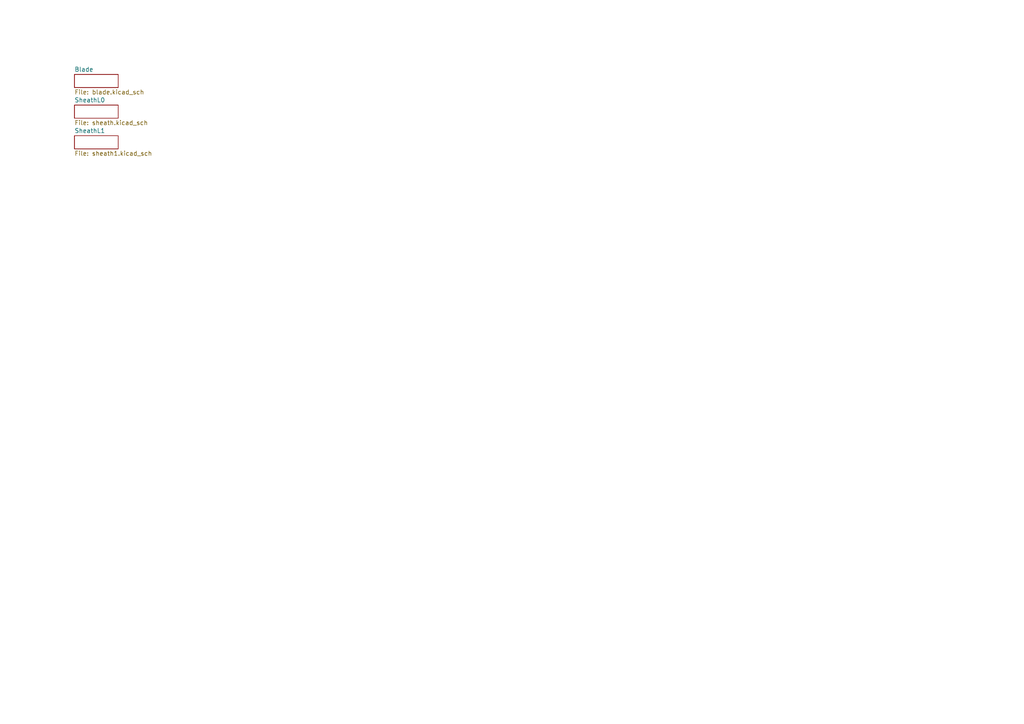
<source format=kicad_sch>
(kicad_sch
	(version 20250114)
	(generator "eeschema")
	(generator_version "9.0")
	(uuid "93d01c84-5800-481d-b590-f03807f35ec3")
	(paper "A4")
	(lib_symbols)
	(sheet
		(at 21.59 21.59)
		(size 12.7 3.81)
		(exclude_from_sim no)
		(in_bom yes)
		(on_board yes)
		(dnp no)
		(fields_autoplaced yes)
		(stroke
			(width 0.1524)
			(type solid)
		)
		(fill
			(color 0 0 0 0.0000)
		)
		(uuid "1ce3ef17-80de-437c-b111-56576c49a665")
		(property "Sheetname" "Blade"
			(at 21.59 20.8784 0)
			(effects
				(font
					(size 1.27 1.27)
				)
				(justify left bottom)
			)
		)
		(property "Sheetfile" "blade.kicad_sch"
			(at 21.59 25.9846 0)
			(effects
				(font
					(size 1.27 1.27)
				)
				(justify left top)
			)
		)
		(instances
			(project "DistrComp1"
				(path "/93d01c84-5800-481d-b590-f03807f35ec3"
					(page "2")
				)
			)
		)
	)
	(sheet
		(at 21.59 30.48)
		(size 12.7 3.81)
		(exclude_from_sim no)
		(in_bom yes)
		(on_board yes)
		(dnp no)
		(fields_autoplaced yes)
		(stroke
			(width 0.1524)
			(type solid)
		)
		(fill
			(color 0 0 0 0.0000)
		)
		(uuid "a4e43913-28da-4a92-b343-bc3b7445f36e")
		(property "Sheetname" "SheathL0"
			(at 21.59 29.7684 0)
			(effects
				(font
					(size 1.27 1.27)
				)
				(justify left bottom)
			)
		)
		(property "Sheetfile" "sheath.kicad_sch"
			(at 21.59 34.8746 0)
			(effects
				(font
					(size 1.27 1.27)
				)
				(justify left top)
			)
		)
		(instances
			(project "DistrComp1"
				(path "/93d01c84-5800-481d-b590-f03807f35ec3"
					(page "3")
				)
			)
		)
	)
	(sheet
		(at 21.59 39.37)
		(size 12.7 3.81)
		(exclude_from_sim no)
		(in_bom yes)
		(on_board yes)
		(dnp no)
		(fields_autoplaced yes)
		(stroke
			(width 0.1524)
			(type solid)
		)
		(fill
			(color 0 0 0 0.0000)
		)
		(uuid "c4cc809f-7746-4f84-9734-2a2440e70548")
		(property "Sheetname" "SheathL1"
			(at 21.59 38.6584 0)
			(effects
				(font
					(size 1.27 1.27)
				)
				(justify left bottom)
			)
		)
		(property "Sheetfile" "sheath1.kicad_sch"
			(at 21.59 43.7646 0)
			(effects
				(font
					(size 1.27 1.27)
				)
				(justify left top)
			)
		)
		(instances
			(project "DistrComp1"
				(path "/93d01c84-5800-481d-b590-f03807f35ec3"
					(page "4")
				)
			)
		)
	)
	(sheet_instances
		(path "/"
			(page "1")
		)
	)
	(embedded_fonts no)
)

</source>
